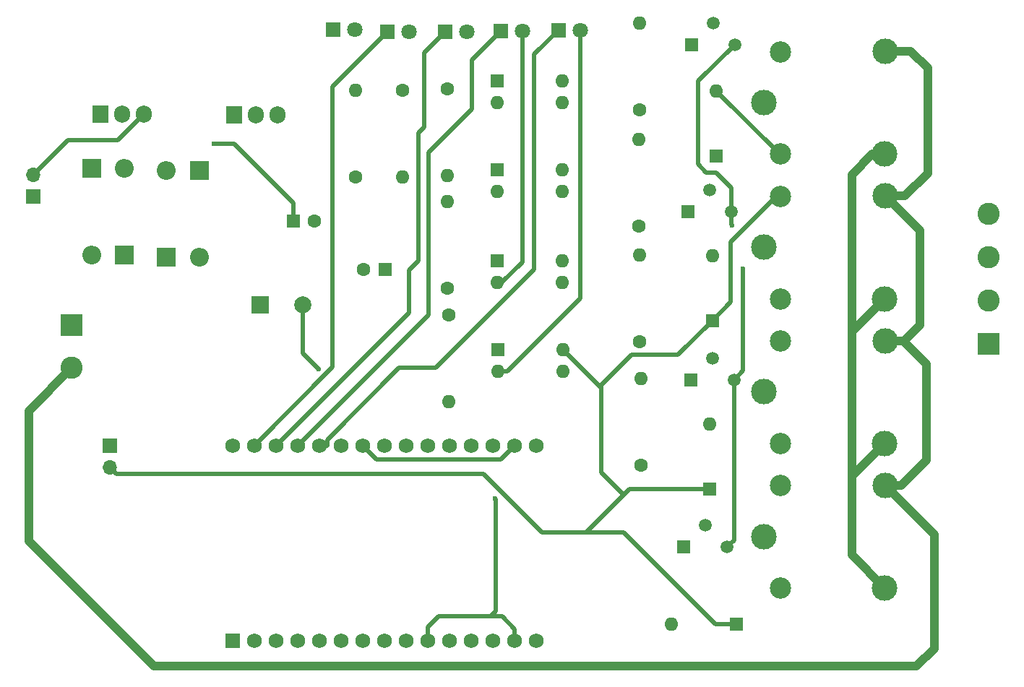
<source format=gbr>
%TF.GenerationSoftware,KiCad,Pcbnew,8.0.7*%
%TF.CreationDate,2025-08-04T19:52:47+05:30*%
%TF.ProjectId,IOT,494f542e-6b69-4636-9164-5f7063625858,rev?*%
%TF.SameCoordinates,Original*%
%TF.FileFunction,Copper,L1,Top*%
%TF.FilePolarity,Positive*%
%FSLAX46Y46*%
G04 Gerber Fmt 4.6, Leading zero omitted, Abs format (unit mm)*
G04 Created by KiCad (PCBNEW 8.0.7) date 2025-08-04 19:52:47*
%MOMM*%
%LPD*%
G01*
G04 APERTURE LIST*
%TA.AperFunction,ComponentPad*%
%ADD10R,1.700000X1.700000*%
%TD*%
%TA.AperFunction,ComponentPad*%
%ADD11O,1.700000X1.700000*%
%TD*%
%TA.AperFunction,ComponentPad*%
%ADD12O,1.905000X2.000000*%
%TD*%
%TA.AperFunction,ComponentPad*%
%ADD13R,1.905000X2.000000*%
%TD*%
%TA.AperFunction,ComponentPad*%
%ADD14R,1.600000X1.600000*%
%TD*%
%TA.AperFunction,ComponentPad*%
%ADD15C,1.600000*%
%TD*%
%TA.AperFunction,ComponentPad*%
%ADD16O,1.600000X1.600000*%
%TD*%
%TA.AperFunction,ComponentPad*%
%ADD17R,2.200000X2.200000*%
%TD*%
%TA.AperFunction,ComponentPad*%
%ADD18O,2.200000X2.200000*%
%TD*%
%TA.AperFunction,ComponentPad*%
%ADD19R,1.800000X1.800000*%
%TD*%
%TA.AperFunction,ComponentPad*%
%ADD20C,1.800000*%
%TD*%
%TA.AperFunction,ComponentPad*%
%ADD21R,2.600000X2.600000*%
%TD*%
%TA.AperFunction,ComponentPad*%
%ADD22C,2.600000*%
%TD*%
%TA.AperFunction,ComponentPad*%
%ADD23R,1.752600X1.752600*%
%TD*%
%TA.AperFunction,ComponentPad*%
%ADD24C,1.752600*%
%TD*%
%TA.AperFunction,ComponentPad*%
%ADD25C,3.000000*%
%TD*%
%TA.AperFunction,ComponentPad*%
%ADD26C,2.500000*%
%TD*%
%TA.AperFunction,ComponentPad*%
%ADD27R,1.500000X1.500000*%
%TD*%
%TA.AperFunction,ComponentPad*%
%ADD28C,1.500000*%
%TD*%
%TA.AperFunction,ComponentPad*%
%ADD29R,2.000000X2.000000*%
%TD*%
%TA.AperFunction,ComponentPad*%
%ADD30C,2.000000*%
%TD*%
%TA.AperFunction,ViaPad*%
%ADD31C,0.600000*%
%TD*%
%TA.AperFunction,Conductor*%
%ADD32C,0.500000*%
%TD*%
%TA.AperFunction,Conductor*%
%ADD33C,1.000000*%
%TD*%
G04 APERTURE END LIST*
D10*
%TO.P,J4,1,Pin_1*%
%TO.N,GND*%
X130825000Y-47725000D03*
D11*
%TO.P,J4,2,Pin_2*%
%TO.N,/12V*%
X130825000Y-45185000D03*
%TD*%
D12*
%TO.P,U7,3,VO*%
%TO.N,/12V*%
X143775000Y-38075000D03*
%TO.P,U7,2,GND*%
%TO.N,GND*%
X141235000Y-38075000D03*
D13*
%TO.P,U7,1,VI*%
%TO.N,+12V*%
X138695000Y-38075000D03*
%TD*%
D14*
%TO.P,C3,1*%
%TO.N,/12V*%
X161275000Y-50600000D03*
D15*
%TO.P,C3,2*%
%TO.N,GND*%
X163775000Y-50600000D03*
%TD*%
%TO.P,R9,1*%
%TO.N,Net-(R9-Pad1)*%
X202025000Y-79255000D03*
D16*
%TO.P,R9,2*%
%TO.N,Net-(Q4-B)*%
X202025000Y-69095000D03*
%TD*%
D17*
%TO.P,D4,1,K*%
%TO.N,+12V*%
X150300000Y-44720000D03*
D18*
%TO.P,D4,2,A*%
%TO.N,/P-*%
X150300000Y-54880000D03*
%TD*%
D10*
%TO.P,J3,1,Pin_1*%
%TO.N,/VCC*%
X139750000Y-76900000D03*
D11*
%TO.P,J3,2,Pin_2*%
%TO.N,/JD-VCC*%
X139750000Y-79440000D03*
%TD*%
D15*
%TO.P,R7,1*%
%TO.N,Net-(R7-Pad1)*%
X201850000Y-64755000D03*
D16*
%TO.P,R7,2*%
%TO.N,Net-(Q3-B)*%
X201850000Y-54595000D03*
%TD*%
D14*
%TO.P,D8,1,K*%
%TO.N,/JD-VCC*%
X210075000Y-82060000D03*
D16*
%TO.P,D8,2,A*%
%TO.N,Net-(D8-A)*%
X210075000Y-74440000D03*
%TD*%
D19*
%TO.P,D13,1,K*%
%TO.N,/IN4*%
X192360000Y-28225000D03*
D20*
%TO.P,D13,2,A*%
%TO.N,Net-(D13-A)*%
X194900000Y-28225000D03*
%TD*%
D14*
%TO.P,U4,1*%
%TO.N,Net-(R6-Pad2)*%
X185150000Y-55300000D03*
D16*
%TO.P,U4,2*%
%TO.N,Net-(D12-A)*%
X185150000Y-57840000D03*
%TO.P,U4,3*%
%TO.N,Net-(R7-Pad1)*%
X192770000Y-57840000D03*
%TO.P,U4,4*%
%TO.N,/JD-VCC*%
X192770000Y-55300000D03*
%TD*%
D15*
%TO.P,R3,1*%
%TO.N,Net-(R3-Pad1)*%
X201850000Y-37605000D03*
D16*
%TO.P,R3,2*%
%TO.N,Net-(Q1-B)*%
X201850000Y-27445000D03*
%TD*%
D21*
%TO.P,J2,1,Pin_1*%
%TO.N,/C4*%
X242750000Y-65040000D03*
D22*
%TO.P,J2,2,Pin_2*%
%TO.N,/C3*%
X242750000Y-59960000D03*
%TO.P,J2,3,Pin_3*%
%TO.N,/C2*%
X242750000Y-54880000D03*
%TO.P,J2,4,Pin_4*%
%TO.N,/C1*%
X242750000Y-49800000D03*
%TD*%
D15*
%TO.P,R4,1*%
%TO.N,/VCC*%
X179300000Y-35100000D03*
D16*
%TO.P,R4,2*%
%TO.N,Net-(R4-Pad2)*%
X179300000Y-45260000D03*
%TD*%
D15*
%TO.P,R6,1*%
%TO.N,/VCC*%
X179300000Y-58455000D03*
D16*
%TO.P,R6,2*%
%TO.N,Net-(R6-Pad2)*%
X179300000Y-48295000D03*
%TD*%
D19*
%TO.P,D10,1,K*%
%TO.N,/IN1*%
X172335000Y-28425000D03*
D20*
%TO.P,D10,2,A*%
%TO.N,Net-(D10-A)*%
X174875000Y-28425000D03*
%TD*%
D15*
%TO.P,R1,1*%
%TO.N,/VCC*%
X168575000Y-45430000D03*
D16*
%TO.P,R1,2*%
%TO.N,Net-(D5-A)*%
X168575000Y-35270000D03*
%TD*%
D23*
%TO.P,U6,1,A0*%
%TO.N,unconnected-(U6-A0-Pad1)*%
X154190000Y-99760000D03*
D24*
%TO.P,U6,2,RSV1*%
%TO.N,unconnected-(U6-RSV1-Pad2)*%
X156730000Y-99760000D03*
%TO.P,U6,3,RSV2*%
%TO.N,unconnected-(U6-RSV2-Pad3)*%
X159270000Y-99760000D03*
%TO.P,U6,4,SD3*%
%TO.N,unconnected-(U6-SD3-Pad4)*%
X161810000Y-99760000D03*
%TO.P,U6,5,SD2*%
%TO.N,unconnected-(U6-SD2-Pad5)*%
X164350000Y-99760000D03*
%TO.P,U6,6,SD1*%
%TO.N,unconnected-(U6-SD1-Pad6)*%
X166890000Y-99760000D03*
%TO.P,U6,7,CMD*%
%TO.N,unconnected-(U6-CMD-Pad7)*%
X169430000Y-99760000D03*
%TO.P,U6,8,SD0*%
%TO.N,unconnected-(U6-SD0-Pad8)*%
X171970000Y-99760000D03*
%TO.P,U6,9,CLK*%
%TO.N,unconnected-(U6-CLK-Pad9)*%
X174510000Y-99760000D03*
%TO.P,U6,10,GND*%
%TO.N,GND*%
X177050000Y-99760000D03*
%TO.P,U6,11,3V3*%
%TO.N,unconnected-(U6-3V3-Pad11)_1*%
X179590000Y-99760000D03*
%TO.P,U6,12,EN*%
%TO.N,unconnected-(U6-EN-Pad12)*%
X182130000Y-99760000D03*
%TO.P,U6,13,RST*%
%TO.N,unconnected-(U6-RST-Pad13)*%
X184670000Y-99760000D03*
%TO.P,U6,14,GND*%
%TO.N,GND*%
X187210000Y-99760000D03*
%TO.P,U6,15,VIN*%
%TO.N,/VCC*%
X189750000Y-99760000D03*
%TO.P,U6,16,3V3*%
%TO.N,unconnected-(U6-3V3-Pad11)_2*%
X189750000Y-76900000D03*
%TO.P,U6,17,GND*%
%TO.N,GND*%
X187210000Y-76900000D03*
%TO.P,U6,18,TX*%
%TO.N,unconnected-(U6-TX-Pad18)*%
X184670000Y-76900000D03*
%TO.P,U6,19,RX*%
%TO.N,unconnected-(U6-RX-Pad19)*%
X182130000Y-76900000D03*
%TO.P,U6,20,D8*%
%TO.N,unconnected-(U6-D8-Pad20)*%
X179590000Y-76900000D03*
%TO.P,U6,21,D7*%
%TO.N,unconnected-(U6-D7-Pad21)*%
X177050000Y-76900000D03*
%TO.P,U6,22,D6*%
%TO.N,unconnected-(U6-D6-Pad22)*%
X174510000Y-76900000D03*
%TO.P,U6,23,D5*%
%TO.N,unconnected-(U6-D5-Pad23)*%
X171970000Y-76900000D03*
%TO.P,U6,24,GND*%
%TO.N,GND*%
X169430000Y-76900000D03*
%TO.P,U6,25,3V3*%
%TO.N,unconnected-(U6-3V3-Pad11)*%
X166890000Y-76900000D03*
%TO.P,U6,26,D4*%
%TO.N,/IN4*%
X164350000Y-76900000D03*
%TO.P,U6,27,D3*%
%TO.N,/IN3*%
X161810000Y-76900000D03*
%TO.P,U6,28,D2*%
%TO.N,/IN2*%
X159270000Y-76900000D03*
%TO.P,U6,29,D1*%
%TO.N,/IN1*%
X156730000Y-76900000D03*
%TO.P,U6,30,D0*%
%TO.N,unconnected-(U6-D0-Pad30)*%
X154190000Y-76900000D03*
%TD*%
D19*
%TO.P,D12,1,K*%
%TO.N,/IN3*%
X185610000Y-28350000D03*
D20*
%TO.P,D12,2,A*%
%TO.N,Net-(D12-A)*%
X188150000Y-28350000D03*
%TD*%
D13*
%TO.P,U1,1,IN*%
%TO.N,+12V*%
X154310000Y-38145000D03*
D12*
%TO.P,U1,2,GND*%
%TO.N,GND*%
X156850000Y-38145000D03*
%TO.P,U1,3,OUT*%
%TO.N,/VCC*%
X159390000Y-38145000D03*
%TD*%
D25*
%TO.P,K3,1*%
%TO.N,/C3*%
X216425000Y-70625000D03*
D26*
%TO.P,K3,2*%
%TO.N,Net-(D8-A)*%
X218375000Y-76675000D03*
D25*
%TO.P,K3,3*%
%TO.N,/P-*%
X230575000Y-76675000D03*
%TO.P,K3,4*%
%TO.N,/P+*%
X230625000Y-64625000D03*
D26*
%TO.P,K3,5*%
%TO.N,/JD-VCC*%
X218375000Y-64675000D03*
%TD*%
D27*
%TO.P,Q1,1,C*%
%TO.N,Net-(D6-A)*%
X207910000Y-29915000D03*
D28*
%TO.P,Q1,2,B*%
%TO.N,Net-(Q1-B)*%
X210450000Y-27375000D03*
%TO.P,Q1,3,E*%
%TO.N,GND*%
X212990000Y-29915000D03*
%TD*%
D15*
%TO.P,R8,1*%
%TO.N,/VCC*%
X179475000Y-61600000D03*
D16*
%TO.P,R8,2*%
%TO.N,Net-(R8-Pad2)*%
X179475000Y-71760000D03*
%TD*%
D14*
%TO.P,C2,1*%
%TO.N,/VCC*%
X172025000Y-56250000D03*
D15*
%TO.P,C2,2*%
%TO.N,GND*%
X169525000Y-56250000D03*
%TD*%
D17*
%TO.P,D1,1,K*%
%TO.N,/P+*%
X141450000Y-54555000D03*
D18*
%TO.P,D1,2,A*%
%TO.N,GND*%
X141450000Y-44395000D03*
%TD*%
D17*
%TO.P,D3,1,K*%
%TO.N,+12V*%
X137700000Y-44420000D03*
D18*
%TO.P,D3,2,A*%
%TO.N,/P+*%
X137700000Y-54580000D03*
%TD*%
D14*
%TO.P,U2,1*%
%TO.N,Net-(R2-Pad2)*%
X185175000Y-34175000D03*
D16*
%TO.P,U2,2*%
%TO.N,Net-(D10-A)*%
X185175000Y-36715000D03*
%TO.P,U2,3*%
%TO.N,Net-(R3-Pad1)*%
X192795000Y-36715000D03*
%TO.P,U2,4*%
%TO.N,/JD-VCC*%
X192795000Y-34175000D03*
%TD*%
D29*
%TO.P,C1,1*%
%TO.N,+12V*%
X157382323Y-60400000D03*
D30*
%TO.P,C1,2*%
%TO.N,GND*%
X162382323Y-60400000D03*
%TD*%
D25*
%TO.P,K2,1*%
%TO.N,/C2*%
X216425000Y-53675000D03*
D26*
%TO.P,K2,2*%
%TO.N,Net-(D7-A)*%
X218375000Y-59725000D03*
D25*
%TO.P,K2,3*%
%TO.N,/P-*%
X230575000Y-59725000D03*
%TO.P,K2,4*%
%TO.N,/P+*%
X230625000Y-47675000D03*
D26*
%TO.P,K2,5*%
%TO.N,/JD-VCC*%
X218375000Y-47725000D03*
%TD*%
D21*
%TO.P,J1,1,Pin_1*%
%TO.N,/P-*%
X135295000Y-62825000D03*
D22*
%TO.P,J1,2,Pin_2*%
%TO.N,/P+*%
X135295000Y-67825000D03*
%TD*%
D14*
%TO.P,D7,1,K*%
%TO.N,/JD-VCC*%
X210375000Y-62260000D03*
D16*
%TO.P,D7,2,A*%
%TO.N,Net-(D7-A)*%
X210375000Y-54640000D03*
%TD*%
D17*
%TO.P,D2,1,K*%
%TO.N,/P-*%
X146375000Y-54830000D03*
D18*
%TO.P,D2,2,A*%
%TO.N,GND*%
X146375000Y-44670000D03*
%TD*%
D25*
%TO.P,K1,1*%
%TO.N,/C1*%
X216425000Y-36725000D03*
D26*
%TO.P,K1,2*%
%TO.N,Net-(D6-A)*%
X218375000Y-42775000D03*
D25*
%TO.P,K1,3*%
%TO.N,/P-*%
X230575000Y-42775000D03*
%TO.P,K1,4*%
%TO.N,/P+*%
X230625000Y-30725000D03*
D26*
%TO.P,K1,5*%
%TO.N,/JD-VCC*%
X218375000Y-30775000D03*
%TD*%
D27*
%TO.P,Q4,1,C*%
%TO.N,Net-(D9-A)*%
X207025000Y-88825000D03*
D28*
%TO.P,Q4,2,B*%
%TO.N,Net-(Q4-B)*%
X209565000Y-86285000D03*
%TO.P,Q4,3,E*%
%TO.N,GND*%
X212105000Y-88825000D03*
%TD*%
D15*
%TO.P,R2,1*%
%TO.N,/VCC*%
X174050000Y-35270000D03*
D16*
%TO.P,R2,2*%
%TO.N,Net-(R2-Pad2)*%
X174050000Y-45430000D03*
%TD*%
D19*
%TO.P,D11,1,K*%
%TO.N,/IN2*%
X179085000Y-28425000D03*
D20*
%TO.P,D11,2,A*%
%TO.N,Net-(D11-A)*%
X181625000Y-28425000D03*
%TD*%
D14*
%TO.P,D6,1,K*%
%TO.N,/JD-VCC*%
X210825000Y-42985000D03*
D16*
%TO.P,D6,2,A*%
%TO.N,Net-(D6-A)*%
X210825000Y-35365000D03*
%TD*%
D14*
%TO.P,U3,1*%
%TO.N,Net-(R4-Pad2)*%
X185175000Y-44625000D03*
D16*
%TO.P,U3,2*%
%TO.N,Net-(D11-A)*%
X185175000Y-47165000D03*
%TO.P,U3,3*%
%TO.N,Net-(R5-Pad1)*%
X192795000Y-47165000D03*
%TO.P,U3,4*%
%TO.N,/JD-VCC*%
X192795000Y-44625000D03*
%TD*%
D25*
%TO.P,K4,1*%
%TO.N,/C4*%
X216425000Y-87575000D03*
D26*
%TO.P,K4,2*%
%TO.N,Net-(D9-A)*%
X218375000Y-93625000D03*
D25*
%TO.P,K4,3*%
%TO.N,/P-*%
X230575000Y-93625000D03*
%TO.P,K4,4*%
%TO.N,/P+*%
X230625000Y-81575000D03*
D26*
%TO.P,K4,5*%
%TO.N,/JD-VCC*%
X218375000Y-81625000D03*
%TD*%
D15*
%TO.P,R5,1*%
%TO.N,Net-(R5-Pad1)*%
X201725000Y-51180000D03*
D16*
%TO.P,R5,2*%
%TO.N,Net-(Q2-B)*%
X201725000Y-41020000D03*
%TD*%
D27*
%TO.P,Q2,1,C*%
%TO.N,Net-(D7-A)*%
X207560000Y-49490000D03*
D28*
%TO.P,Q2,2,B*%
%TO.N,Net-(Q2-B)*%
X210100000Y-46950000D03*
%TO.P,Q2,3,E*%
%TO.N,GND*%
X212640000Y-49490000D03*
%TD*%
D19*
%TO.P,D5,1,K*%
%TO.N,GND*%
X165935000Y-28175000D03*
D20*
%TO.P,D5,2,A*%
%TO.N,Net-(D5-A)*%
X168475000Y-28175000D03*
%TD*%
D14*
%TO.P,U5,1*%
%TO.N,Net-(R8-Pad2)*%
X185250000Y-65675000D03*
D16*
%TO.P,U5,2*%
%TO.N,Net-(D13-A)*%
X185250000Y-68215000D03*
%TO.P,U5,3*%
%TO.N,Net-(R9-Pad1)*%
X192870000Y-68215000D03*
%TO.P,U5,4*%
%TO.N,/JD-VCC*%
X192870000Y-65675000D03*
%TD*%
D27*
%TO.P,Q3,1,C*%
%TO.N,Net-(D8-A)*%
X207825000Y-69200000D03*
D28*
%TO.P,Q3,2,B*%
%TO.N,Net-(Q3-B)*%
X210365000Y-66660000D03*
%TO.P,Q3,3,E*%
%TO.N,GND*%
X212905000Y-69200000D03*
%TD*%
D14*
%TO.P,D9,1,K*%
%TO.N,/JD-VCC*%
X213185000Y-97825000D03*
D16*
%TO.P,D9,2,A*%
%TO.N,Net-(D9-A)*%
X205565000Y-97825000D03*
%TD*%
D31*
%TO.N,/12V*%
X151980037Y-41555037D03*
%TO.N,GND*%
X184945037Y-83129963D03*
X213950000Y-56175000D03*
X164222537Y-67922537D03*
X212700000Y-51125000D03*
%TD*%
D32*
%TO.N,/12V*%
X140725000Y-41125000D02*
X143775000Y-38075000D01*
X134885000Y-41125000D02*
X140725000Y-41125000D01*
X130825000Y-45185000D02*
X134885000Y-41125000D01*
X161275000Y-48475000D02*
X161275000Y-50600000D01*
X151980037Y-41555037D02*
X154355037Y-41555037D01*
X154355037Y-41555037D02*
X161275000Y-48475000D01*
D33*
%TO.N,/P+*%
X130275000Y-72845000D02*
X135295000Y-67825000D01*
X144925000Y-102800000D02*
X130275000Y-88150000D01*
X234300000Y-102800000D02*
X144925000Y-102800000D01*
X236400000Y-100700000D02*
X234300000Y-102800000D01*
X236400000Y-87350000D02*
X236400000Y-100700000D01*
X130275000Y-88150000D02*
X130275000Y-72845000D01*
X230625000Y-81575000D02*
X236400000Y-87350000D01*
D32*
%TO.N,GND*%
X208700000Y-43960000D02*
X209665000Y-44925000D01*
X177050000Y-99760000D02*
X177050000Y-98200000D01*
X208700000Y-34205000D02*
X208700000Y-43960000D01*
X185000000Y-96350000D02*
X185000000Y-83184926D01*
X209665000Y-44925000D02*
X210850000Y-44925000D01*
X169430000Y-76900000D02*
X171056300Y-78526300D01*
X213950000Y-68155000D02*
X212905000Y-69200000D01*
X213950000Y-56175000D02*
X213950000Y-68155000D01*
X212905000Y-69200000D02*
X212905000Y-88025000D01*
X212990000Y-29915000D02*
X208700000Y-34205000D01*
X212640000Y-46715000D02*
X212640000Y-49490000D01*
X185000000Y-83184926D02*
X184945037Y-83129963D01*
X178300000Y-96950000D02*
X184400000Y-96950000D01*
X184400000Y-96950000D02*
X185000000Y-96350000D01*
X185583700Y-78526300D02*
X187210000Y-76900000D01*
X210850000Y-44925000D02*
X212640000Y-46715000D01*
X187210000Y-98410000D02*
X187210000Y-99760000D01*
X212640000Y-49490000D02*
X212640000Y-51065000D01*
X162382323Y-66082323D02*
X164222537Y-67922537D01*
X212640000Y-51065000D02*
X212700000Y-51125000D01*
X212905000Y-88025000D02*
X212105000Y-88825000D01*
X162382323Y-60400000D02*
X162382323Y-66082323D01*
X184400000Y-96950000D02*
X185750000Y-96950000D01*
X171056300Y-78526300D02*
X185583700Y-78526300D01*
X185750000Y-96950000D02*
X187210000Y-98410000D01*
X177050000Y-98200000D02*
X178300000Y-96950000D01*
D33*
%TO.N,/P+*%
X234700000Y-51750000D02*
X230625000Y-47675000D01*
X235600000Y-45000000D02*
X235600000Y-32700000D01*
X232875000Y-64625000D02*
X234700000Y-62800000D01*
X235500000Y-67400000D02*
X235500000Y-78600000D01*
X235500000Y-78600000D02*
X232525000Y-81575000D01*
X235600000Y-32700000D02*
X233625000Y-30725000D01*
X230625000Y-64625000D02*
X232725000Y-64625000D01*
X233625000Y-30725000D02*
X230625000Y-30725000D01*
X232925000Y-47675000D02*
X235600000Y-45000000D01*
X230625000Y-47675000D02*
X232925000Y-47675000D01*
X234700000Y-62800000D02*
X234700000Y-51750000D01*
X230625000Y-64625000D02*
X232875000Y-64625000D01*
X232725000Y-64625000D02*
X235500000Y-67400000D01*
X232525000Y-81575000D02*
X230625000Y-81575000D01*
%TO.N,/P-*%
X226700000Y-89750000D02*
X226700000Y-80300000D01*
X226700000Y-80300000D02*
X226700000Y-63600000D01*
X226700000Y-80300000D02*
X226950000Y-80300000D01*
X230575000Y-93625000D02*
X226700000Y-89750000D01*
X226700000Y-63600000D02*
X226700000Y-45200000D01*
X226950000Y-80300000D02*
X230575000Y-76675000D01*
X226700000Y-45200000D02*
X229125000Y-42775000D01*
X226700000Y-63600000D02*
X230575000Y-59725000D01*
X229125000Y-42775000D02*
X230575000Y-42775000D01*
D32*
%TO.N,Net-(D6-A)*%
X210825000Y-35365000D02*
X218235000Y-42775000D01*
X218235000Y-42775000D02*
X218375000Y-42775000D01*
%TO.N,/JD-VCC*%
X212550000Y-53050000D02*
X217875000Y-47725000D01*
X206330000Y-66305000D02*
X200895000Y-66305000D01*
X210375000Y-62260000D02*
X212550000Y-60085000D01*
X190400000Y-87100000D02*
X195600000Y-87100000D01*
X210075000Y-82060000D02*
X200640000Y-82060000D01*
X200640000Y-82060000D02*
X200000000Y-82700000D01*
X140580000Y-80270000D02*
X183570000Y-80270000D01*
X217875000Y-47725000D02*
X218375000Y-47725000D01*
X212550000Y-60085000D02*
X212550000Y-53050000D01*
X210375000Y-62260000D02*
X206330000Y-66305000D01*
X197400000Y-70205000D02*
X197400000Y-80100000D01*
X197400000Y-69800000D02*
X197400000Y-70205000D01*
X197400000Y-80100000D02*
X200000000Y-82700000D01*
X195600000Y-87100000D02*
X200000000Y-87100000D01*
X200000000Y-87100000D02*
X210725000Y-97825000D01*
X200000000Y-82700000D02*
X195600000Y-87100000D01*
X192870000Y-65675000D02*
X197400000Y-70205000D01*
X210725000Y-97825000D02*
X213185000Y-97825000D01*
X183570000Y-80270000D02*
X190400000Y-87100000D01*
X200895000Y-66305000D02*
X197400000Y-69800000D01*
X139750000Y-79440000D02*
X140580000Y-80270000D01*
%TO.N,/IN1*%
X156730000Y-76900000D02*
X165900000Y-67730000D01*
X165900000Y-34860000D02*
X172335000Y-28425000D01*
X165900000Y-67730000D02*
X165900000Y-34860000D01*
%TO.N,/IN2*%
X175900000Y-55225000D02*
X175900000Y-40297032D01*
X176600000Y-30910000D02*
X179085000Y-28425000D01*
X174800000Y-61370000D02*
X174800000Y-56325000D01*
X175900000Y-40297032D02*
X176600000Y-39597032D01*
X159270000Y-76900000D02*
X174800000Y-61370000D01*
X174800000Y-56325000D02*
X175900000Y-55225000D01*
X176600000Y-39597032D02*
X176600000Y-30910000D01*
%TO.N,Net-(D11-A)*%
X182000000Y-28050000D02*
X182000000Y-27900000D01*
%TO.N,/IN3*%
X177100000Y-61610000D02*
X177100000Y-42600000D01*
X177100000Y-42600000D02*
X182200000Y-37500000D01*
X182200000Y-31760000D02*
X185610000Y-28350000D01*
X161810000Y-76900000D02*
X177100000Y-61610000D01*
X182200000Y-37500000D02*
X182200000Y-31760000D01*
%TO.N,Net-(D12-A)*%
X188150000Y-55400000D02*
X185710000Y-57840000D01*
X185710000Y-57840000D02*
X185150000Y-57840000D01*
X188150000Y-28350000D02*
X188150000Y-55400000D01*
%TO.N,Net-(D13-A)*%
X186381370Y-68215000D02*
X185250000Y-68215000D01*
X194900000Y-28225000D02*
X194900000Y-59696370D01*
X194900000Y-59696370D02*
X186381370Y-68215000D01*
%TO.N,/IN4*%
X178000000Y-67800000D02*
X189500000Y-56300000D01*
X189500000Y-31085000D02*
X192360000Y-28225000D01*
X189500000Y-56300000D02*
X189500000Y-31085000D01*
X173690064Y-67800000D02*
X178000000Y-67800000D01*
X165263700Y-76226364D02*
X173690064Y-67800000D01*
X165263700Y-76900000D02*
X165263700Y-76226364D01*
X164350000Y-76900000D02*
X165263700Y-76900000D01*
%TD*%
M02*

</source>
